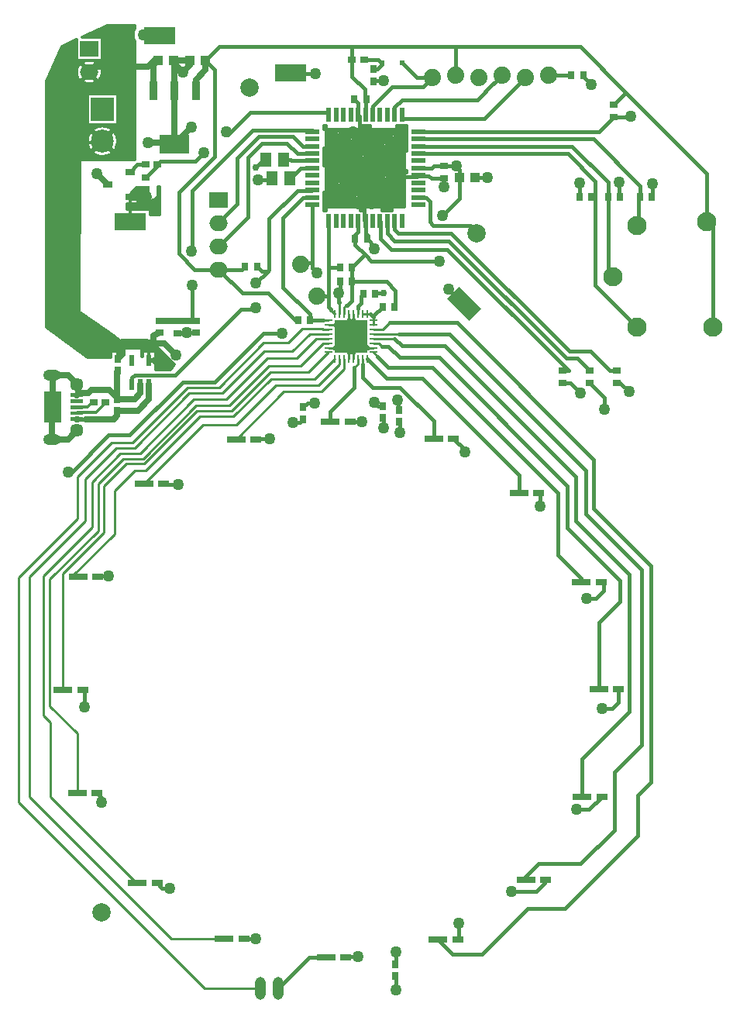
<source format=gbl>
%TF.GenerationSoftware,Novarm,DipTrace,3.3.1.3*%
%TF.CreationDate,2021-03-19T21:20:41+00:00*%
%FSLAX35Y35*%
%MOMM*%
%TF.FileFunction,Copper,L2,Bot*%
%TF.Part,Single*%
%AMOUTLINE3*
4,1,4,
0.67867,0.2041,
0.67867,-0.2041,
-0.67867,-0.2041,
-0.67867,0.2041,
0.67867,0.2041,
0*%
%AMOUTLINE6*
4,1,4,
0.5657,-1.87383,
-1.87383,0.5657,
-0.5657,1.87383,
1.87383,-0.5657,
0.5657,-1.87383,
0*%
%TA.AperFunction,Conductor*%
%ADD10C,0.25*%
%ADD14C,0.635*%
%ADD15C,0.381*%
%ADD16C,0.254*%
%ADD17C,0.8*%
%ADD18C,1.016*%
%ADD19C,0.33*%
%ADD21C,0.40823*%
%ADD22C,0.55*%
%TA.AperFunction,CopperBalancing*%
%ADD23C,0.29997*%
%ADD24C,0.32993*%
%ADD25C,0.508*%
%TA.AperFunction,ViaPad*%
%ADD26C,1.27*%
%ADD31O,0.85X0.25*%
%ADD32O,0.25X0.85*%
%ADD33R,3.6X3.6*%
%TA.AperFunction,ComponentPad*%
%ADD34C,2.0*%
%ADD37R,1.5X0.5*%
%ADD38R,0.5X1.5*%
%ADD41R,0.7X0.9*%
%ADD42R,1.2X0.8*%
%ADD43R,2.0X0.8*%
%ADD44R,0.9X0.7*%
%ADD45R,0.55X1.2*%
%ADD46R,1.3X1.5*%
%TA.AperFunction,ComponentPad*%
%ADD49C,1.8796*%
%ADD51R,0.6X0.6*%
%ADD54R,1.1X1.0*%
%TA.AperFunction,ComponentPad*%
%ADD56C,2.5*%
%ADD57R,2.5X2.5*%
%ADD58C,2.1*%
%ADD59C,1.45*%
%ADD60R,1.9X3.5*%
%TA.AperFunction,ComponentPad*%
%ADD61O,1.9X1.2*%
%ADD62C,2.0*%
%ADD64O,1.2X2.5*%
%TA.AperFunction,ComponentPad*%
%ADD66O,2.0X1.7*%
%ADD67R,2.0X1.7*%
%ADD69R,0.95X2.15*%
%ADD70R,3.25X2.15*%
%ADD73R,1.0X0.8*%
%ADD74R,3.45X1.85*%
%TA.AperFunction,ViaPad*%
%ADD76C,0.762*%
%ADD158OUTLINE3*%
%ADD161OUTLINE6*%
%TA.AperFunction,CopperBalancing*%
%ADD164C,1.27*%
%ADD165C,1.8796*%
G75*
G01*
%LPD*%
X-5530087Y8816493D2*
D14*
Y8717037D1*
X-5637980Y8609140D1*
Y8489873D1*
X-3204570Y7644323D2*
D15*
X-3058037D1*
X-3036927Y7665433D1*
X-2924363D1*
X-3775240Y8393420D2*
X-3784570Y8384090D1*
Y8224323D1*
X-5530087Y8816493D2*
X-5376603Y8969977D1*
X-3936300D1*
X-2798283D1*
X-1436887D1*
X-943720Y8476810D1*
X-53523Y7586613D1*
Y7059017D1*
X16477Y6989017D1*
Y5904190D1*
X-3931497Y8830790D2*
X-3936300Y8835593D1*
Y8969977D1*
X-2798283Y8655817D2*
Y8969977D1*
X-1069540Y8335140D2*
X-943720Y8460960D1*
Y8476810D1*
X-3864570Y7064323D2*
X-3865607Y7063287D1*
Y6948393D1*
X-3896797Y6917203D1*
Y6874510D1*
X-2753677Y7538417D2*
Y7315767D1*
X-2943003Y7126443D1*
X-2975847Y6629673D2*
X-3717800D1*
X-3779787Y6691660D1*
X-3896797Y6808670D1*
Y6874510D1*
X-2793537Y7667533D2*
X-2795637Y7665433D1*
X-2924363D1*
X-2795637D2*
X-2753677Y7627670D1*
Y7538417D1*
X-3930227Y6562263D2*
X-3800830Y6691660D1*
X-3779787D1*
X-3930227Y6562263D2*
Y6404863D1*
Y6197383D1*
X-3982220Y6145390D1*
X-3994977D1*
D16*
X-4015360Y6125007D1*
D10*
Y6052717D1*
X-5530087Y8816493D2*
D15*
X-5428910Y8715317D1*
Y7773773D1*
X-5821920Y7380763D1*
Y6708920D1*
X-5649420Y6536420D1*
X-5386087D1*
X-5130740Y6281073D1*
X-4847797D1*
X-4551157Y5984433D1*
X-4520803D1*
X-3466600Y6132190D2*
X-3458653Y6140137D1*
Y6307980D1*
X-3555537Y6404863D1*
X-3930227D1*
X-5097893Y6569677D2*
X-5131150Y6536420D1*
X-5386087D1*
X-3775240Y8393420D2*
X-3793040Y8411220D1*
Y8504730D1*
X-3931497Y8643187D1*
Y8830790D1*
X-6029860Y5974767D2*
D14*
X-5834183D1*
Y5973187D1*
X-5637960Y5974767D1*
D15*
X-5631327Y5981400D1*
X-5680030D1*
Y6363883D1*
X-5686200Y6740197D2*
X-5680030D1*
Y7400207D1*
X-5020107Y8060130D1*
X-4364570D1*
Y8044323D1*
X-6181110Y7545330D2*
X-6057087Y7669353D1*
Y7683713D1*
X-6023857Y7716943D1*
X-5643113D1*
X-5548017Y7812040D1*
X-5305743Y8040493D2*
X-5312653Y8047403D1*
X-5285217Y8074840D1*
Y8007647D1*
X-5042310Y8250557D1*
X-4210803D1*
X-4184570Y8224323D1*
X-5883150Y8817953D2*
D14*
X-5867980D1*
Y8816493D1*
X-5700087D1*
X-5867980Y8489873D2*
Y8816493D1*
Y8489873D2*
Y7909873D1*
X-6357123Y7333727D2*
X-6275520Y7415330D1*
X-6181110D1*
X-5867980Y7909873D2*
X-5878273Y7920167D1*
X-6162463D1*
X-5867980Y7909873D2*
X-5684917Y8092937D1*
X-5777383Y8690853D2*
X-5883150Y8796620D1*
Y8817953D1*
X-5777383Y8690853D2*
X-5700087Y8768150D1*
Y8816493D1*
X-3965360Y6052717D2*
D10*
Y5991167D1*
D15*
X-3940360Y5966167D1*
Y5807717D1*
X-3915360Y6052717D2*
D10*
Y5991167D1*
D15*
X-3940360Y5966167D1*
X-4185360Y5932717D2*
D10*
X-4120423D1*
D15*
X-3995423Y5807717D1*
X-3940360D1*
X-4185360Y5682717D2*
D10*
X-4125030D1*
D15*
X-4000030Y5807717D1*
X-3940360D1*
X-3965360Y5562717D2*
D10*
Y5624267D1*
D15*
X-3940360Y5649267D1*
Y5807717D1*
X-3915360Y5562717D2*
D10*
Y5624267D1*
D15*
X-3940360Y5649267D1*
X-3695360Y5682717D2*
D10*
X-3757173D1*
D15*
X-3882173Y5807717D1*
X-3940360D1*
X-4868467Y7739240D2*
Y7765660D1*
X-4985027Y7649100D1*
X-4802550Y7533527D2*
Y7513990D1*
X-4956987D1*
X-3204570Y7564323D2*
X-3201313Y7561067D1*
X-3090370D1*
X-3064737Y7535433D1*
X-2924363D1*
X-3905240Y8393420D2*
X-3864570Y8352750D1*
Y8224323D1*
X-3204570Y7564323D2*
X-3219283Y7549610D1*
X-3478117D1*
X-3864570Y8224323D2*
X-3850247Y8210000D1*
Y7964957D1*
X-3784570Y7064323D2*
X-3793483Y7073237D1*
Y7340390D1*
X-6181110Y7415330D2*
X-6175563Y7409783D1*
Y7331233D1*
X-3699080Y8593067D2*
X-3704140Y8598127D1*
X-3586577D1*
X-1402860Y8658210D2*
X-1409325Y8651745D1*
X-1317073Y8559493D1*
X-655757Y7334043D2*
X-650360D1*
Y7474940D1*
X-5834183Y5843187D2*
X-5737093D1*
Y5848980D1*
X-1001850Y7334317D2*
X-1009810Y7342277D1*
Y7488853D1*
X-1014443D1*
X-1443560Y7334317D2*
X-1441140Y7336737D1*
Y7486533D1*
X-3784570Y7064323D2*
X-3781427Y7061180D1*
Y6933087D1*
X-3766797Y6918457D1*
Y6874510D1*
X-2924363Y7535433D2*
X-2928223Y7531573D1*
Y7440247D1*
X-2583677Y7538417D2*
X-2454053D1*
X-3766797Y6874510D2*
X-3683823Y6791537D1*
Y6767193D1*
X-3676947Y6268227D2*
X-3667410Y6277763D1*
X-3582403D1*
X-4605340Y8683443D2*
X-4599613Y8677717D1*
X-4329830D1*
X-2706217Y6158957D2*
X-2872303Y6325043D1*
X-6357123Y7333727D2*
D17*
X-6256323Y7331233D1*
D18*
X-6175563D1*
X-5637960Y5844767D2*
D15*
X-5642173Y5848980D1*
X-5737093D1*
X-4462293Y5032153D2*
X-4418323Y5076123D1*
X-4341160D1*
X-3590867Y5047040D2*
X-3648533D1*
X-3687023Y5085530D1*
X-3419337Y5001603D2*
X-3425763D1*
Y5122850D1*
X-3436960Y5111653D1*
X-3459890Y-1181490D2*
X-3453357Y-1188023D1*
Y-1335007D1*
X-7035748Y4327560D2*
X-6991852D1*
X-6589127Y4730285D1*
X-6361221D1*
X-5780923Y5310583D1*
X-5431417D1*
X-4900067Y5841934D1*
X-4698930D1*
X-6935290Y5283907D2*
D19*
Y5163567D1*
X-6937590D1*
D14*
X-6915960Y5185197D1*
X-6815000D1*
X-6776877Y5223320D1*
X-6582867D1*
X-6495757Y5136210D1*
Y5121330D1*
X-6306923D1*
X-6241920Y5186333D1*
Y5280830D1*
X-6486747Y5429580D2*
X-6495757Y5420570D1*
Y5121330D1*
X-7204290Y5031707D2*
Y5383707D1*
X-7205290D1*
X-7204290Y5031707D2*
X-7208090Y5027907D1*
Y4683007D1*
X-7207710Y4683387D1*
X-7034887D1*
X-6937967Y4780307D1*
X-6935590D1*
X-7205290Y5383707D2*
X-7200670Y5379087D1*
X-7028567D1*
X-6935290Y5285810D1*
Y5283907D1*
X-6597123Y7468727D2*
X-6597197D1*
X-6714943Y7586473D1*
X-6030543Y9092193D2*
X-6037330Y9098980D1*
X-6206643D1*
X-1336207Y5430243D2*
D15*
X-1471427Y5565463D1*
X-1591407D1*
X-2875247Y6849303D1*
X-3463617D1*
X-3544570Y6930257D1*
Y7064323D1*
X-3624570D2*
X-3621420Y7061173D1*
Y6876477D1*
X-3500940Y6755997D1*
X-2888683D1*
X-1562930Y5430243D1*
X-1632360D1*
X-3464570Y7064323D2*
Y6978480D1*
X-3422523Y6936433D1*
X-2851527D1*
X-1557330Y5642237D1*
X-1327243D1*
X-1115250Y5430243D1*
X-1040057D1*
X-3806947Y6268227D2*
X-3827030Y6248143D1*
Y6172717D1*
X-3865360Y6134387D1*
Y6114267D1*
D10*
Y6052717D1*
X-1435627Y5190627D2*
D15*
X-1545243Y5300243D1*
X-1632360D1*
X-1782283Y8655817D2*
X-1779890Y8658210D1*
X-1532860D1*
X-903703Y5201763D2*
X-1002183Y5300243D1*
X-1040057D1*
X-6357123Y7603727D2*
X-6277137Y7683713D1*
X-6187087D1*
X-2991453Y-783953D2*
X-2833273Y-942133D1*
X-2513703D1*
X-2012390Y-440820D1*
X-1603217D1*
X-809423Y352977D1*
Y793387D1*
X-663863Y938947D1*
Y3301490D1*
X-1288290Y3925917D1*
Y4459637D1*
X-2783807Y5955153D1*
X-3518533D1*
D16*
X-3590970Y5882717D1*
X-3633810D1*
D10*
X-3695360D1*
Y5832717D2*
X-3633810D1*
D16*
X-3415127D1*
D15*
X-2866647D1*
X-1379520Y4345590D1*
Y3867857D1*
X-768367Y3256703D1*
Y1342033D1*
X-1062960Y1047440D1*
Y416683D1*
X-1432717Y46927D1*
X-1895520D1*
X-2056010Y-113563D1*
X-2029883Y-139690D1*
Y-128173D1*
X-3695360Y5782717D2*
D10*
X-3633810D1*
D16*
X-3463270D1*
D15*
X-3383857Y5703303D1*
X-2916383D1*
X-1483513Y4270433D1*
Y3788967D1*
X-898997Y3204450D1*
Y1711350D1*
X-1415417Y1194930D1*
Y779903D1*
X-3695360Y5732717D2*
D10*
X-3633810D1*
D16*
X-3601410Y5700317D1*
D15*
X-3534857D1*
X-3409000Y5574460D1*
X-2977887D1*
X-1578580Y4175153D1*
Y3716080D1*
X-1001183Y3138683D1*
Y2912327D1*
X-1234453Y2679057D1*
Y1952230D1*
X-3695360Y5632717D2*
D10*
X-3651837Y5589193D1*
D15*
X-3532600Y5469957D1*
X-3048800D1*
X-1676940Y4098093D1*
Y3416173D1*
X-1425417Y3164650D1*
Y3125710D1*
X-3765360Y5562717D2*
X-3553167Y5350523D1*
X-3164420D1*
X-2104767Y4290870D1*
Y4099833D1*
X-3815360Y5562717D2*
D10*
Y5501340D1*
D15*
Y5359060D1*
X-3706050Y5249750D1*
X-3407790D1*
X-3037383Y4879343D1*
Y4691917D1*
X-3865360Y5562717D2*
D10*
Y5502080D1*
D16*
X-3903273Y5464167D1*
D15*
Y5249307D1*
X-4166217Y4986363D1*
Y4871523D1*
X-4733193Y-1312270D2*
X-4396630Y-975703D1*
X-4214543D1*
X-4185360Y5832717D2*
D16*
X-4392963D1*
X-4584449Y5641231D1*
X-4889942D1*
X-5345113Y5186060D1*
X-5711797D1*
X-6307423Y4590433D1*
X-6509610D1*
X-6848407Y4251637D1*
Y3787157D1*
X-7451048Y3184516D1*
Y775388D1*
X-5903493Y-772167D1*
X-5325863D1*
X-4185360Y5782717D2*
X-4321829D1*
X-4538141Y5566405D1*
X-4853142D1*
X-5302400Y5117147D1*
X-5658527D1*
X-6247393Y4528280D1*
X-6460507D1*
X-6771400Y4217387D1*
Y3725257D1*
X-7302943Y3193713D1*
Y1663660D1*
X-7227004Y1587721D1*
Y779528D1*
X-6283063Y-164413D1*
X-6275237D1*
X-4185360Y5732717D2*
X-4245200D1*
X-4492094Y5485823D1*
X-4841027D1*
X-5272173Y5054677D1*
X-5631487D1*
X-6213700Y4472463D1*
X-6432060D1*
X-6705523Y4199000D1*
Y3684523D1*
X-7234890Y3155157D1*
Y1770700D1*
X-6931500Y1467310D1*
Y817493D1*
X-4185360Y5632717D2*
X-4402763Y5415314D1*
X-4823940D1*
X-5245320Y4993933D1*
X-5625387D1*
X-6204557Y4414763D1*
X-6399863D1*
X-6640300Y4174327D1*
Y3663397D1*
X-7089447Y3214250D1*
Y1947810D1*
X-4115360Y5562717D2*
X-4336150Y5341926D1*
X-4816847D1*
X-5225607Y4933167D1*
X-5592667D1*
X-6181817Y4344017D1*
X-6303780D1*
X-6524440Y4123357D1*
Y3650658D1*
X-6994391Y3180707D1*
X-6922330D1*
X-6205797Y4196783D2*
X-5560903Y4841677D1*
X-5192363D1*
X-4759745Y5274295D1*
X-4298855D1*
X-4071983Y5501167D1*
X-4065360D1*
Y5562717D1*
X-5198027Y4681417D2*
X-4676480Y5202963D1*
X-4261590D1*
X-4015360Y5449193D1*
Y5562717D1*
X-6937590Y5033307D2*
D19*
X-6817087D1*
X-6766467Y5083927D1*
X-6753287D1*
X-6937590Y4968207D2*
X-6928840Y4976957D1*
X-6723743D1*
X-6623287Y5077413D1*
Y5083927D1*
X-1336207Y5300243D2*
D15*
X-1169610Y5133647D1*
Y5008823D1*
X-4364570Y7644323D2*
X-4488717D1*
X-4599513Y7533527D1*
X-4612550D1*
X-6937590Y4903107D2*
D14*
X-6932103Y4897620D1*
X-6495757Y4991330D2*
X-6273663D1*
X-6146920Y5118073D1*
Y5280830D1*
X-6495757Y4991330D2*
Y4942233D1*
X-6534883Y4903107D1*
X-6837973D1*
D21*
X-6937590D1*
X-4364570Y7724323D2*
D15*
X-4588970D1*
X-4603887Y7739240D1*
X-4678467D1*
X-3596600Y6132190D2*
X-3695360Y6033430D1*
Y6025430D1*
Y6014267D1*
D10*
Y5982717D1*
X-3815360Y6052717D2*
X-3765360D1*
X-3695360Y5932717D2*
Y5982717D1*
X-3765360Y6052717D2*
X-3733810D1*
D15*
X-3706523Y6025430D1*
X-3695360D1*
X-4185360Y5882717D2*
D16*
X-4246910D1*
X-4252197Y5888003D1*
X-4476333D1*
X-4629020Y5735317D1*
X-4895149D1*
X-5382477Y5247989D1*
X-5729140D1*
X-6332448Y4644681D1*
X-6557590D1*
X-6927733Y4274537D1*
Y3812625D1*
X-7571266Y3169092D1*
Y721189D1*
X-5537807Y-1312270D1*
X-4933193D1*
X-2036283Y8630417D2*
D15*
X-2481940Y8184760D1*
X-3384570D1*
Y8224323D1*
X-2290283Y8655817D2*
X-2381370Y8564730D1*
Y8571167D1*
X-2560667Y8391870D1*
X-3382317D1*
X-3464570Y8309617D1*
Y8224323D1*
X-813523Y5909017D2*
X-1271917Y6367410D1*
Y7334317D1*
Y7502593D1*
X-1573647Y7804323D1*
X-3204570D1*
X-1313560Y7334317D2*
X-1271917D1*
X-785757Y7334043D2*
X-797413Y7322387D1*
Y7019017D1*
X-813523D1*
X-785757Y7334043D2*
X-779337D1*
Y7452883D1*
X-1290777Y7964323D1*
X-3204570D1*
X-1083523Y6459190D2*
X-1131850Y6507517D1*
Y7334317D1*
X-3204570Y7884323D2*
X-1527110D1*
X-1131850Y7489063D1*
Y7334317D1*
X-4364570Y7884323D2*
X-4469727D1*
X-4574903Y7989500D1*
X-4947983D1*
X-5187883Y7749600D1*
Y7253273D1*
X-5386087Y7055070D1*
Y7044420D1*
X-4115360Y6056953D2*
D10*
Y6052717D1*
X-4184570Y7064323D2*
D15*
Y6562263D1*
Y6250473D1*
Y6126160D1*
X-4158883Y6100473D1*
Y6096240D1*
D10*
X-4115360Y6052717D1*
X-4060227Y6562263D2*
D15*
X-4184570D1*
X-4309813Y6250473D2*
X-4184570D1*
X-4065360Y6052717D2*
D10*
Y6174963D1*
D15*
X-4072777Y6182380D1*
Y6281397D1*
X-4313953Y6502583D2*
X-4364570Y6553200D1*
Y6606710D1*
Y7244323D1*
X-4072777Y6281397D2*
X-4060227Y6293947D1*
Y6404863D1*
X-4488767Y6593547D2*
X-4475603Y6606710D1*
X-4364570D1*
X-3204570Y7324323D2*
X-3201220Y7320973D1*
X-3121627D1*
X-3079890Y7279237D1*
Y7058053D1*
X-3041537Y7019697D1*
X-2635087D1*
X-2544877Y6929487D1*
X-2570120D1*
X-5386087Y6790420D2*
X-5070467Y7106040D1*
Y7759950D1*
X-4914863Y7915553D1*
X-4640637D1*
X-4529407Y7804323D1*
X-4364570D1*
X-3605193Y8793340D2*
X-3642643Y8830790D1*
X-3801497D1*
X-3699080Y8723067D2*
X-3693400Y8728750D1*
X-3653897D1*
X-3605193Y8777453D1*
Y8793340D1*
X-6657497Y7938443D2*
D19*
X-6671743Y7924197D1*
X-7063757D1*
X-7045683Y7906123D1*
Y6069473D1*
X-6781683Y5805473D1*
Y5748540D1*
X-6486747Y5559580D2*
D14*
X-6437160Y5609167D1*
Y5746343D1*
X-6173247D1*
Y5734573D1*
X-6109477D1*
X-6104373Y5729470D1*
X-5985207D1*
X-5854867Y5599130D1*
X-5959207Y5494790D2*
X-6041610D1*
X-6087670Y5540850D1*
D22*
X-6146920D1*
X-6029860Y5844767D2*
D14*
X-6098970Y5814153D1*
X-6104373Y5729470D1*
X-6800937Y8694577D2*
X-6744760Y8750753D1*
X-6160873D1*
X-6093673Y8817953D1*
X-6053150D1*
X-6097980Y8773123D1*
Y8489873D1*
X-5990797Y4196783D2*
D15*
X-5985857Y4191843D1*
X-5829833D1*
X-4983027Y4681417D2*
X-4976207Y4688237D1*
X-4829580D1*
X-4462293Y4902153D2*
X-4502010Y4862437D1*
X-4578587D1*
X-3590867Y4917040D2*
X-3587717Y4913890D1*
Y4807037D1*
X-3419337Y4871603D2*
X-3404107Y4856373D1*
Y4757970D1*
X-3951217Y4871523D2*
X-3949027Y4873713D1*
X-3822010D1*
X-2822383Y4691917D2*
X-2697923Y4567457D1*
Y4540747D1*
X-1889767Y4099833D2*
X-1871263Y4081330D1*
Y3951597D1*
X-3459890Y-1051490D2*
X-3453357Y-1044957D1*
Y-916990D1*
X-6060237Y-164413D2*
X-6003997Y-220653D1*
X-5924930D1*
X-5110863Y-772167D2*
X-5109200Y-773830D1*
X-4984270D1*
X-6716500Y817493D2*
X-6665157Y766150D1*
Y721047D1*
X-2776453Y-783953D2*
X-2760800Y-768300D1*
Y-600937D1*
X-1814883Y-128173D2*
X-1820877Y-122180D1*
Y-162087D1*
X-1917913Y-259123D1*
X-2186640D1*
X-1200417Y779903D2*
X-1341237Y639083D1*
X-1476990D1*
X-1019453Y1952230D2*
X-1020933Y1950750D1*
Y1813820D1*
X-1091957Y1742797D1*
X-1199400D1*
X-1210417Y3125710D2*
X-1184867Y3100160D1*
Y3030550D1*
X-1268960Y2946457D1*
X-1368670D1*
X-6707330Y3180707D2*
X-6698163Y3189873D1*
X-6594677D1*
X-6874447Y1947810D2*
X-6857967Y1931330D1*
Y1759180D1*
X-3999543Y-975703D2*
X-3992097Y-968257D1*
X-3862443D1*
X-4364570Y7404323D2*
X-4368993Y7399900D1*
X-4528980D1*
X-4835863Y7093017D1*
Y6535803D1*
X-4850747Y6520920D1*
X-4982230Y6389437D1*
Y6123593D2*
X-5006603Y6099220D1*
X-5147637D1*
X-5861953Y5384903D1*
X-6306413D1*
X-6336920Y5354397D1*
Y5280830D1*
X-4967893Y6569677D2*
X-4919137Y6520920D1*
X-4850747D1*
X-4390803Y5984433D2*
X-4389087Y5982717D1*
X-4246910D1*
D10*
X-4185360D1*
X-4364570Y7324323D2*
D15*
X-4466463D1*
X-4685320Y7105467D1*
Y6343720D1*
X-4390803Y6049203D1*
Y5984433D1*
X-3052283Y8630417D2*
X-3152617Y8530083D1*
X-3494707D1*
X-3704570Y8320220D1*
Y8224323D1*
X-3385193Y8793340D2*
X-3222270Y8630417D1*
X-3052283D1*
X-884423Y8207213D2*
X-886497Y8205140D1*
X-1069540D1*
X-1230357Y8044323D1*
X-3204570D1*
D26*
X-2943003Y7126443D3*
X-2975847Y6629673D3*
X-2793537Y7667533D3*
X-5680030Y6363883D3*
X-5686200Y6740197D3*
X-5548017Y7812040D3*
X-5305743Y8040493D3*
X-6162463Y7920167D3*
X-5684917Y8092937D3*
D76*
X-4985027Y7649100D3*
D26*
X-4956987Y7513990D3*
X-6175563Y7331233D3*
X-3586577Y8598127D3*
X-1317073Y8559493D3*
X-650360Y7474940D3*
X-5737093Y5848980D3*
X-1014443Y7488853D3*
X-1441140Y7486533D3*
X-2928223Y7440247D3*
X-2454053Y7538417D3*
X-3683823Y6767193D3*
D76*
X-3582403Y6277763D3*
D26*
X-4329830Y8677717D3*
X-2872303Y6325043D3*
X-4341160Y5076123D3*
X-3687023Y5085530D3*
X-3436960Y5111653D3*
X-3453357Y-1335007D3*
D76*
X-3582403Y6277763D3*
D26*
X-3687023Y5085530D3*
X-4698930Y5841934D3*
X-6714943Y7586473D3*
X-6206643Y9098980D3*
X-1435627Y5190627D3*
X-903703Y5201763D3*
X-1169610Y5008823D3*
X-4072777Y6281397D3*
X-4313953Y6502583D3*
X-5854867Y5599130D3*
X-5959207Y5494790D3*
X-5829833Y4191843D3*
X-4829580Y4688237D3*
X-4578587Y4862437D3*
X-3587717Y4807037D3*
X-3404107Y4757970D3*
X-3822010Y4873713D3*
X-2697923Y4540747D3*
X-1871263Y3951597D3*
X-3453357Y-916990D3*
X-5924930Y-220653D3*
X-4984270Y-773830D3*
X-6665157Y721047D3*
X-2760800Y-600937D3*
X-2186640Y-259123D3*
X-1476990Y639083D3*
X-1199400Y1742797D3*
X-1368670Y2946457D3*
X-6594677Y3189873D3*
X-6857967Y1759180D3*
X-5829833Y4191843D3*
X-5854867Y5599130D3*
X-3862443Y-968257D3*
X-4982230Y6389437D3*
Y6123593D3*
X-884423Y8207213D3*
X-5777383Y8690853D3*
X-4077970Y7394493D3*
X-3478117Y7549610D3*
X-3850247Y7964957D3*
X-3793483Y7340390D3*
X-3812177Y7689177D3*
X-3484997Y7907827D3*
X-4083623Y7944867D3*
X-7035748Y4327560D3*
X-6661726Y9171992D2*
D23*
X-6304484D1*
X-6726875Y9142328D2*
X-6319189D1*
X-6791965Y9112665D2*
X-6326630D1*
X-6857114Y9083002D2*
X-6326337D1*
X-6656335Y9053338D2*
X-6318252D1*
X-6987412Y9023675D2*
X-6945546D1*
X-6656335D2*
X-6304601D1*
X-7052561Y8994012D2*
X-6945546D1*
X-6656335D2*
X-6304601D1*
X-7099314Y8964348D2*
X-6945546D1*
X-6656335D2*
X-6304660D1*
X-7112613Y8934685D2*
X-6945546D1*
X-6656335D2*
X-6304660D1*
X-7125912Y8905022D2*
X-6945546D1*
X-6656335D2*
X-6304660D1*
X-7139212Y8875358D2*
X-6945546D1*
X-6656335D2*
X-6304718D1*
X-7152511Y8845695D2*
X-6945546D1*
X-6656335D2*
X-6304718D1*
X-7165810Y8816032D2*
X-6854677D1*
X-6747204D2*
X-6304718D1*
X-7179109Y8786368D2*
X-6906116D1*
X-6695765D2*
X-6304718D1*
X-7192409Y8756705D2*
X-6929258D1*
X-6672623D2*
X-6304777D1*
X-7205708Y8727042D2*
X-6941327D1*
X-6660554D2*
X-6304777D1*
X-7218949Y8697378D2*
X-6945487D1*
X-6656394D2*
X-6304777D1*
X-7232248Y8667715D2*
X-6942675D1*
X-6659206D2*
X-6304835D1*
X-7245547Y8638052D2*
X-6932188D1*
X-6669635D2*
X-6304835D1*
X-7258847Y8608388D2*
X-6911682D1*
X-6690199D2*
X-6304835D1*
X-7267166Y8578725D2*
X-6869968D1*
X-6731913D2*
X-6304894D1*
X-7267107Y8549062D2*
X-6304894D1*
X-7267049Y8519398D2*
X-6304894D1*
X-7267049Y8489735D2*
X-6304953D1*
X-7266990Y8460072D2*
X-6304953D1*
X-7266932Y8430408D2*
X-6827082D1*
X-6487897D2*
X-6304953D1*
X-7266873Y8400745D2*
X-6827082D1*
X-6487897D2*
X-6305011D1*
X-7266815Y8371082D2*
X-6827082D1*
X-6487897D2*
X-6305011D1*
X-7266756Y8341418D2*
X-6827082D1*
X-6487897D2*
X-6305011D1*
X-7266697Y8311755D2*
X-6827082D1*
X-6487897D2*
X-6305070D1*
X-7266697Y8282092D2*
X-6827082D1*
X-6487897D2*
X-6305070D1*
X-7266639Y8252428D2*
X-6827082D1*
X-6487897D2*
X-6305070D1*
X-7266580Y8222765D2*
X-6827082D1*
X-6487897D2*
X-6305070D1*
X-7266522Y8193102D2*
X-6827082D1*
X-6487897D2*
X-6305128D1*
X-7266463Y8163438D2*
X-6827082D1*
X-6487897D2*
X-6305128D1*
X-7266404Y8133775D2*
X-6827082D1*
X-6487897D2*
X-6305128D1*
X-7266346Y8104112D2*
X-6678095D1*
X-6636943D2*
X-6305187D1*
X-7266346Y8074448D2*
X-6756719D1*
X-6558260D2*
X-6305187D1*
X-7266287Y8044785D2*
X-6788766D1*
X-6526272D2*
X-6305187D1*
X-7266229Y8015122D2*
X-6808393D1*
X-6506586D2*
X-6305246D1*
X-7266170Y7985458D2*
X-6820345D1*
X-6494693D2*
X-6305246D1*
X-7266111Y7955795D2*
X-6826203D1*
X-6488776D2*
X-6305246D1*
X-7266053Y7926132D2*
X-6826613D1*
X-6488366D2*
X-6305304D1*
X-7266053Y7896468D2*
X-6821692D1*
X-6493287D2*
X-6305304D1*
X-7265994Y7866805D2*
X-6810912D1*
X-6504067D2*
X-6305304D1*
X-7265936Y7837142D2*
X-6792750D1*
X-6522229D2*
X-6305363D1*
X-7265877Y7807478D2*
X-6763456D1*
X-6551523D2*
X-6305363D1*
X-7265819Y7777815D2*
X-6704693D1*
X-6610286D2*
X-6305363D1*
X-7265760Y7748152D2*
X-6305421D1*
X-7265701Y7718488D2*
X-6906937D1*
X-7265701Y7688825D2*
X-6906995D1*
X-7265643Y7659162D2*
X-6907112D1*
X-7265584Y7629498D2*
X-6907229D1*
X-7265526Y7599835D2*
X-6907288D1*
X-7265467Y7570172D2*
X-6907405D1*
X-7265408Y7540508D2*
X-6907522D1*
X-7265350Y7510845D2*
X-6907640D1*
X-7265350Y7481182D2*
X-6907698D1*
X-7265291Y7451518D2*
X-6907815D1*
X-7265233Y7421855D2*
X-6907933D1*
X-7265174Y7392192D2*
X-6907991D1*
X-7265115Y7362528D2*
X-6908108D1*
X-7265057Y7332865D2*
X-6908225D1*
X-7264998Y7303202D2*
X-6908284D1*
X-7264998Y7273538D2*
X-6908401D1*
X-7264940Y7243875D2*
X-6908518D1*
X-7264881Y7214212D2*
X-6908636D1*
X-7264823Y7184548D2*
X-6908694D1*
X-7264764Y7154885D2*
X-6908811D1*
X-7264705Y7125222D2*
X-6908929D1*
X-7264705Y7095558D2*
X-6908987D1*
X-7264647Y7065895D2*
X-6909104D1*
X-7264588Y7036232D2*
X-6909221D1*
X-7264530Y7006568D2*
X-6909339D1*
X-7264471Y6976905D2*
X-6909397D1*
X-7264412Y6947242D2*
X-6909514D1*
X-7264354Y6917578D2*
X-6909632D1*
X-7264354Y6887915D2*
X-6909690D1*
X-7264295Y6858252D2*
X-6909807D1*
X-7264237Y6828588D2*
X-6909924D1*
X-7264178Y6798925D2*
X-6910042D1*
X-7264120Y6769262D2*
X-6910100D1*
X-7264061Y6739598D2*
X-6910217D1*
X-7264002Y6709935D2*
X-6910335D1*
X-7264002Y6680272D2*
X-6910393D1*
X-7263944Y6650608D2*
X-6910510D1*
X-7263885Y6620945D2*
X-6910628D1*
X-7263827Y6591282D2*
X-6910745D1*
X-7263768Y6561618D2*
X-6910803D1*
X-7263709Y6531955D2*
X-6910920D1*
X-7263709Y6502292D2*
X-6911038D1*
X-7263651Y6472628D2*
X-6911096D1*
X-7263592Y6442965D2*
X-6911213D1*
X-7263534Y6413302D2*
X-6911331D1*
X-7263475Y6383638D2*
X-6911448D1*
X-7263416Y6353975D2*
X-6911506D1*
X-7263358Y6324312D2*
X-6911624D1*
X-7263358Y6294648D2*
X-6911741D1*
X-7263299Y6264985D2*
X-6911799D1*
X-7263241Y6235322D2*
X-6911916D1*
X-7263182Y6205658D2*
X-6912034D1*
X-7263124Y6175995D2*
X-6912151D1*
X-7263065Y6146332D2*
X-6912209D1*
X-7263006Y6116668D2*
X-6912327D1*
X-7263006Y6087005D2*
X-6912444D1*
X-7262948Y6057342D2*
X-6894340D1*
X-7262889Y6027678D2*
X-6851806D1*
X-7262831Y5998015D2*
X-6809330D1*
X-7262772Y5968352D2*
X-6766796D1*
X-7262713Y5938688D2*
X-6724262D1*
X-7259140Y5909025D2*
X-6681786D1*
X-7219593Y5879362D2*
X-6639251D1*
X-7179988Y5849698D2*
X-6596776D1*
X-7140383Y5820035D2*
X-6554241D1*
X-7100837Y5790372D2*
X-6511766D1*
X-7061232Y5760708D2*
X-6469231D1*
X-7021686Y5731045D2*
X-6125559D1*
X-6982081Y5701382D2*
X-6080974D1*
X-6942534Y5671718D2*
X-6447144D1*
X-6226715D2*
X-6050157D1*
X-6902929Y5642055D2*
X-6566369D1*
X-6074799D2*
X-6019398D1*
X-6863383Y5612392D2*
X-6566369D1*
X-6074799D2*
X-5988582D1*
X-6823778Y5582728D2*
X-6566369D1*
X-6074799D2*
X-5957765D1*
X-6074799Y5553065D2*
X-5927006D1*
X-6074799Y5523402D2*
X-5896189D1*
X-6074799Y5493738D2*
X-5884941D1*
X-6074799Y5464075D2*
X-5905856D1*
X-6429120Y5680548D2*
X-6229722D1*
Y5583000D1*
X-6216874Y5582883D1*
X-6216018Y5583236D1*
Y5642448D1*
X-6077822D1*
Y5445560D1*
X-5915929Y5445552D1*
X-5874069Y5504936D1*
X-6099096Y5721744D1*
X-6112360Y5725971D1*
X-6124035Y5731919D1*
X-6134635Y5739620D1*
X-6143900Y5748885D1*
X-6151613Y5759508D1*
X-6458626Y5757301D1*
X-6463100Y5758716D1*
X-6551078Y5819913D1*
X-6904858Y6067007D1*
X-6907688Y6070751D1*
X-6909223Y6075185D1*
X-6909354Y6107861D1*
X-6903713Y7722050D1*
X-6902247Y7726508D1*
X-6899476Y7730295D1*
X-6895671Y7733040D1*
X-6891203Y7734475D1*
X-6798917Y7734652D1*
X-6310006D1*
X-6304654Y7737759D1*
X-6302396Y7749659D1*
X-6301944Y9029740D1*
X-6311602Y9045501D1*
X-6318676Y9062578D1*
X-6322991Y9080552D1*
X-6324442Y9098980D1*
X-6322991Y9117408D1*
X-6318676Y9135382D1*
X-6311602Y9152459D1*
X-6301944Y9168220D1*
X-6301519Y9168759D1*
X-6301485Y9201627D1*
X-6599508Y9201655D1*
X-6877325Y9075172D1*
X-6659338Y9075175D1*
Y8821978D1*
X-6942535D1*
Y9045488D1*
X-7097535Y8974898D1*
X-7270201Y8589799D1*
X-7265687Y5911687D1*
X-6823881Y5580544D1*
X-6563319Y5581619D1*
X-6563344Y5646178D1*
X-6444119D1*
X-6444118Y5680548D1*
X-6429120D1*
X-6490925Y7935444D2*
X-6491870Y7920480D1*
X-6494155Y7905662D1*
X-6497764Y7891110D1*
X-6502666Y7876941D1*
X-6508823Y7863270D1*
X-6516184Y7850208D1*
X-6524689Y7837860D1*
X-6534270Y7826327D1*
X-6544848Y7815702D1*
X-6556340Y7806072D1*
X-6568650Y7797513D1*
X-6581680Y7790096D1*
X-6595325Y7783881D1*
X-6609472Y7778917D1*
X-6624009Y7775245D1*
X-6638817Y7772896D1*
X-6653776Y7771887D1*
X-6668766Y7772227D1*
X-6683664Y7773913D1*
X-6698350Y7776932D1*
X-6712706Y7781259D1*
X-6726614Y7786859D1*
X-6739962Y7793687D1*
X-6752642Y7801687D1*
X-6764552Y7810795D1*
X-6775595Y7820937D1*
X-6785681Y7832031D1*
X-6794729Y7843986D1*
X-6802666Y7856706D1*
X-6809426Y7870089D1*
X-6814957Y7884025D1*
X-6819211Y7898402D1*
X-6822156Y7913103D1*
X-6823768Y7928009D1*
X-6824033Y7943000D1*
X-6822948Y7957954D1*
X-6820524Y7972750D1*
X-6816780Y7987269D1*
X-6811745Y8001391D1*
X-6805461Y8015004D1*
X-6797978Y8027997D1*
X-6789358Y8040264D1*
X-6779670Y8051707D1*
X-6768992Y8062232D1*
X-6757411Y8071755D1*
X-6745021Y8080198D1*
X-6731922Y8087493D1*
X-6718221Y8093581D1*
X-6704027Y8098412D1*
X-6689457Y8101947D1*
X-6674627Y8104158D1*
X-6659659Y8105027D1*
X-6644674Y8104547D1*
X-6629792Y8102722D1*
X-6615135Y8099566D1*
X-6600820Y8095105D1*
X-6586965Y8089375D1*
X-6573681Y8082422D1*
X-6561076Y8074304D1*
X-6549252Y8065085D1*
X-6538305Y8054840D1*
X-6528323Y8043653D1*
X-6519387Y8031613D1*
X-6511570Y8018819D1*
X-6504934Y8005374D1*
X-6499535Y7991387D1*
X-6495415Y7976971D1*
X-6492607Y7962243D1*
X-6491135Y7947322D1*
X-6490925Y7935444D1*
X-6809096Y8455041D2*
X-6490898D1*
Y8121845D1*
X-6824094D1*
Y8455041D1*
X-6809096D1*
X-6815933Y8567986D2*
X-6830024Y8568765D1*
X-6844795Y8571312D1*
X-6859162Y8575587D1*
X-6872923Y8581530D1*
X-6885886Y8589058D1*
X-6897867Y8598065D1*
X-6908700Y8608425D1*
X-6918232Y8619993D1*
X-6926331Y8632607D1*
X-6932881Y8646089D1*
X-6937793Y8660251D1*
X-6940996Y8674895D1*
X-6942445Y8689814D1*
X-6942121Y8704800D1*
X-6940029Y8719643D1*
X-6936196Y8734134D1*
X-6930677Y8748071D1*
X-6923550Y8761258D1*
X-6914915Y8773510D1*
X-6904891Y8784655D1*
X-6893621Y8794538D1*
X-6881262Y8803019D1*
X-6867986Y8809980D1*
X-6853981Y8815323D1*
X-6839443Y8818973D1*
X-6824575Y8820880D1*
X-6800938Y8821175D1*
X-6776592Y8820830D1*
X-6761736Y8818840D1*
X-6747218Y8815109D1*
X-6733243Y8809687D1*
X-6720007Y8802652D1*
X-6707695Y8794102D1*
X-6696480Y8784157D1*
X-6686519Y8772956D1*
X-6677952Y8760655D1*
X-6670899Y8747429D1*
X-6665458Y8733462D1*
X-6661707Y8718949D1*
X-6659697Y8704095D1*
X-6659374Y8691577D1*
X-6660616Y8676639D1*
X-6663614Y8661953D1*
X-6668328Y8647723D1*
X-6674690Y8634151D1*
X-6682612Y8621426D1*
X-6691982Y8609726D1*
X-6702669Y8599216D1*
X-6714524Y8590043D1*
X-6727380Y8582335D1*
X-6741057Y8576200D1*
X-6755363Y8571726D1*
X-6770098Y8568973D1*
X-6785055Y8567982D1*
X-6815936Y8567990D1*
X-6146920Y5642389D2*
D24*
Y5540850D1*
X-6077880D1*
X-6775258Y8056205D2*
D25*
X-6539735Y7820682D1*
Y8056205D2*
X-6775258Y7820682D1*
X-6486747Y5646119D2*
D24*
Y5559580D1*
X-6887290Y8799172D2*
D25*
X-6714583Y8589981D1*
Y8799172D2*
X-6887290Y8589981D1*
X-4230409Y8080095D2*
D23*
X-4212236D1*
X-3836879D2*
X-3732266D1*
X-3436845D2*
X-3331177D1*
X-4206857Y8050432D2*
X-3914413D1*
X-3786084D2*
X-3331177D1*
X-4206857Y8020768D2*
X-4159308D1*
X-4007954D2*
X-3942301D1*
X-3758196D2*
X-3331177D1*
X-4206857Y7991105D2*
X-4180985D1*
X-3986218D2*
X-3955014D1*
X-3745483D2*
X-3552110D1*
X-3417863D2*
X-3331177D1*
X-4206857Y7961442D2*
X-4190418D1*
X-3976844D2*
X-3958295D1*
X-3742202D2*
X-3578415D1*
X-3391616D2*
X-3331177D1*
X-4206857Y7931778D2*
X-4190886D1*
X-3976317D2*
X-3952964D1*
X-3747533D2*
X-3590309D1*
X-3379664D2*
X-3331177D1*
X-4206857Y7902115D2*
X-4182626D1*
X-3984636D2*
X-3937497D1*
X-3763000D2*
X-3592945D1*
X-3377028D2*
X-3331177D1*
X-4206857Y7872452D2*
X-4162765D1*
X-4004438D2*
X-3903106D1*
X-3797391D2*
X-3586969D1*
X-3383004D2*
X-3331177D1*
X-4230409Y7842788D2*
X-4111618D1*
X-4055585D2*
X-3570565D1*
X-3399467D2*
X-3331177D1*
X-4230409Y7813125D2*
X-3533596D1*
X-3436435D2*
X-3362287D1*
X-4230409Y7783462D2*
X-3861626D1*
X-3762766D2*
X-3362287D1*
X-4230409Y7753798D2*
X-3898067D1*
X-3726266D2*
X-3362287D1*
X-4230409Y7724135D2*
X-3914296D1*
X-3710038D2*
X-3362287D1*
X-4230409Y7694472D2*
X-3920155D1*
X-3704237D2*
X-3362287D1*
X-4206857Y7664808D2*
X-3917401D1*
X-3706932D2*
X-3362287D1*
X-4206857Y7635145D2*
X-3905332D1*
X-3719060D2*
X-3542209D1*
X-3414055D2*
X-3362287D1*
X-4206857Y7605482D2*
X-3878734D1*
X-3745600D2*
X-3570155D1*
X-3386109D2*
X-3331177D1*
X-4206857Y7575818D2*
X-3582868D1*
X-3373337D2*
X-3362233D1*
X-4206857Y7546155D2*
X-3586149D1*
X-4206857Y7516492D2*
X-3580876D1*
X-3375387D2*
X-3362322D1*
X-4206857Y7486828D2*
X-4131186D1*
X-4024768D2*
X-3565409D1*
X-3390854D2*
X-3362287D1*
X-4206857Y7457165D2*
X-4165342D1*
X-3990612D2*
X-3531136D1*
X-3425128D2*
X-3362287D1*
X-4206857Y7427502D2*
X-4180751D1*
X-3975203D2*
X-3855299D1*
X-3731715D2*
X-3362287D1*
X-4206857Y7397838D2*
X-4186024D1*
X-3969931D2*
X-3884475D1*
X-3702480D2*
X-3362287D1*
X-4230409Y7368175D2*
X-4182743D1*
X-3973211D2*
X-3897833D1*
X-3689122D2*
X-3362287D1*
X-4230409Y7338512D2*
X-4169912D1*
X-3986042D2*
X-3901583D1*
X-3685431D2*
X-3362287D1*
X-4230409Y7308848D2*
X-4141907D1*
X-4014047D2*
X-3896720D1*
X-3690235D2*
X-3362287D1*
X-4230409Y7279185D2*
X-3881897D1*
X-3705058D2*
X-3362287D1*
X-4230409Y7249522D2*
X-3849264D1*
X-3737691D2*
X-3362287D1*
X-4230409Y7219858D2*
X-3362287D1*
X-4230409Y7190195D2*
X-4212236D1*
X-3836879D2*
X-3812296D1*
X-3596847D2*
X-3492292D1*
X-4209872Y7459602D2*
Y7379625D1*
X-4233482D1*
X-4233438Y7180975D1*
X-4209278Y7180921D1*
X-4209268Y7219021D1*
X-3839871D1*
Y7180880D1*
X-3809278Y7180921D1*
X-3809268Y7219021D1*
X-3599871D1*
Y7180881D1*
X-3489278Y7180921D1*
X-3489268Y7219021D1*
X-3359263D1*
X-3359268Y7589021D1*
X-3328158D1*
X-3328198Y7619593D1*
X-3359268Y7619625D1*
Y7829021D1*
X-3328158D1*
X-3328248Y8106721D1*
X-3439856Y8107090D1*
X-3439871Y8069624D1*
X-3729267D1*
Y8107765D1*
X-3839867Y8107724D1*
X-3839871Y8069625D1*
X-3829701Y8068027D1*
X-3818093Y8065015D1*
X-3806904Y8060701D1*
X-3796279Y8055140D1*
X-3786357Y8048405D1*
X-3777266Y8040584D1*
X-3769126Y8031778D1*
X-3762042Y8022102D1*
X-3756106Y8011681D1*
X-3751396Y8000653D1*
X-3747973Y7989160D1*
X-3745882Y7977351D1*
X-3745148Y7964957D1*
X-3745833Y7952984D1*
X-3747876Y7941167D1*
X-3751253Y7929660D1*
X-3755918Y7918613D1*
X-3761812Y7908169D1*
X-3768856Y7898464D1*
X-3776961Y7889625D1*
X-3786020Y7881767D1*
X-3795915Y7874992D1*
X-3806517Y7869388D1*
X-3817689Y7865029D1*
X-3829284Y7861970D1*
X-3841153Y7860253D1*
X-3853140Y7859898D1*
X-3865089Y7860912D1*
X-3876845Y7863280D1*
X-3888255Y7866972D1*
X-3899170Y7871940D1*
X-3909447Y7878118D1*
X-3918955Y7885428D1*
X-3927567Y7893772D1*
X-3935173Y7903044D1*
X-3941673Y7913122D1*
X-3946983Y7923874D1*
X-3951033Y7935162D1*
X-3953771Y7946837D1*
X-3955161Y7958749D1*
X-3955186Y7970741D1*
X-3953844Y7982657D1*
X-3951153Y7994344D1*
X-3947148Y8005648D1*
X-3941882Y8016422D1*
X-3935422Y8026525D1*
X-3927854Y8035828D1*
X-3919275Y8044207D1*
X-3909798Y8051555D1*
X-3899545Y8057775D1*
X-3888650Y8062787D1*
X-3877256Y8066525D1*
X-3865509Y8068941D1*
X-3859727Y8069624D1*
X-4209268Y8069625D1*
Y8107765D1*
X-4233447Y8107725D1*
X-4233438Y8069040D1*
X-4209871Y8069021D1*
Y7859625D1*
X-4233482D1*
X-4233438Y7669007D1*
X-4209872Y7669021D1*
X-4209930Y7459625D1*
X-3972915Y7391494D2*
X-3973940Y7379546D1*
X-3976320Y7367792D1*
X-3980024Y7356386D1*
X-3985002Y7345476D1*
X-3991192Y7335205D1*
X-3998510Y7325705D1*
X-4006864Y7317101D1*
X-4016143Y7309505D1*
X-4026228Y7303015D1*
X-4036986Y7297716D1*
X-4048277Y7293677D1*
X-4059955Y7290951D1*
X-4071868Y7289572D1*
X-4083860Y7289560D1*
X-4095776Y7290914D1*
X-4107459Y7293617D1*
X-4118759Y7297633D1*
X-4129527Y7302910D1*
X-4139625Y7309380D1*
X-4148919Y7316957D1*
X-4157290Y7325545D1*
X-4164628Y7335030D1*
X-4170838Y7345289D1*
X-4175839Y7356188D1*
X-4179566Y7367587D1*
X-4181969Y7379336D1*
X-4183019Y7391282D1*
X-4182701Y7403270D1*
X-4181020Y7415143D1*
X-4177996Y7426748D1*
X-4173671Y7437933D1*
X-4168099Y7448552D1*
X-4161354Y7458468D1*
X-4153523Y7467550D1*
X-4144709Y7475682D1*
X-4135026Y7482756D1*
X-4124600Y7488681D1*
X-4113566Y7493380D1*
X-4102070Y7496791D1*
X-4090259Y7498871D1*
X-4078289Y7499591D1*
X-4066314Y7498943D1*
X-4054491Y7496935D1*
X-4042974Y7493594D1*
X-4031912Y7488962D1*
X-4021450Y7483100D1*
X-4011724Y7476085D1*
X-4002861Y7468007D1*
X-3994975Y7458972D1*
X-3988170Y7449098D1*
X-3982534Y7438512D1*
X-3978141Y7427354D1*
X-3975048Y7415768D1*
X-3973294Y7403905D1*
X-3972915Y7391494D1*
X-3373061Y7546611D2*
X-3374087Y7534663D1*
X-3376467Y7522909D1*
X-3380170Y7511503D1*
X-3385149Y7500593D1*
X-3391338Y7490322D1*
X-3398657Y7480822D1*
X-3407011Y7472218D1*
X-3416290Y7464621D1*
X-3426374Y7458131D1*
X-3437132Y7452832D1*
X-3448424Y7448794D1*
X-3460102Y7446067D1*
X-3472015Y7444689D1*
X-3484007Y7444677D1*
X-3495922Y7446031D1*
X-3507606Y7448734D1*
X-3518905Y7452750D1*
X-3529674Y7458027D1*
X-3539771Y7464496D1*
X-3549066Y7472074D1*
X-3557437Y7480661D1*
X-3564775Y7490146D1*
X-3570985Y7500405D1*
X-3575986Y7511305D1*
X-3579712Y7522704D1*
X-3582116Y7534452D1*
X-3583166Y7546398D1*
X-3582848Y7558386D1*
X-3581166Y7570260D1*
X-3578143Y7581865D1*
X-3573817Y7593050D1*
X-3568246Y7603669D1*
X-3561501Y7613584D1*
X-3553670Y7622667D1*
X-3544856Y7630798D1*
X-3535172Y7637873D1*
X-3524746Y7643798D1*
X-3513713Y7648496D1*
X-3502216Y7651908D1*
X-3490406Y7653987D1*
X-3478435Y7654708D1*
X-3466461Y7654060D1*
X-3454638Y7652052D1*
X-3443121Y7648710D1*
X-3432059Y7644079D1*
X-3421597Y7638217D1*
X-3411871Y7631201D1*
X-3403008Y7623124D1*
X-3395122Y7614089D1*
X-3388317Y7604214D1*
X-3382681Y7593629D1*
X-3378288Y7582471D1*
X-3375194Y7570884D1*
X-3373441Y7559021D1*
X-3373061Y7546611D1*
X-3688428Y7337391D2*
X-3689454Y7325443D1*
X-3691834Y7313689D1*
X-3695537Y7302283D1*
X-3700516Y7291373D1*
X-3706705Y7281102D1*
X-3714024Y7271602D1*
X-3722377Y7262998D1*
X-3731657Y7255401D1*
X-3741741Y7248911D1*
X-3752499Y7243612D1*
X-3763790Y7239574D1*
X-3775469Y7236847D1*
X-3787381Y7235469D1*
X-3799373Y7235457D1*
X-3811289Y7236811D1*
X-3822972Y7239514D1*
X-3834272Y7243530D1*
X-3845041Y7248807D1*
X-3855138Y7255276D1*
X-3864433Y7262854D1*
X-3872804Y7271441D1*
X-3880142Y7280926D1*
X-3886352Y7291185D1*
X-3891352Y7302085D1*
X-3895079Y7313484D1*
X-3897483Y7325232D1*
X-3898532Y7337178D1*
X-3898214Y7349166D1*
X-3896533Y7361040D1*
X-3893510Y7372645D1*
X-3889184Y7383830D1*
X-3883612Y7394449D1*
X-3876867Y7404364D1*
X-3869037Y7413447D1*
X-3860222Y7421578D1*
X-3850539Y7428653D1*
X-3840113Y7434578D1*
X-3829080Y7439276D1*
X-3817583Y7442688D1*
X-3805772Y7444767D1*
X-3793802Y7445488D1*
X-3781827Y7444840D1*
X-3770004Y7442832D1*
X-3758487Y7439490D1*
X-3747426Y7434859D1*
X-3736964Y7428997D1*
X-3727238Y7421981D1*
X-3718374Y7413904D1*
X-3710489Y7404869D1*
X-3703684Y7394994D1*
X-3698048Y7384409D1*
X-3693654Y7373251D1*
X-3690561Y7361664D1*
X-3688807Y7349801D1*
X-3688428Y7337391D1*
X-3707121Y7686177D2*
X-3708147Y7674229D1*
X-3710527Y7662476D1*
X-3714230Y7651070D1*
X-3719209Y7640160D1*
X-3725398Y7629888D1*
X-3732717Y7620388D1*
X-3741071Y7611784D1*
X-3750350Y7604188D1*
X-3760434Y7597698D1*
X-3771192Y7592399D1*
X-3782484Y7588360D1*
X-3794162Y7585634D1*
X-3806075Y7584256D1*
X-3818067Y7584244D1*
X-3829982Y7585598D1*
X-3841666Y7588300D1*
X-3852965Y7592316D1*
X-3863734Y7597594D1*
X-3873831Y7604063D1*
X-3883126Y7611641D1*
X-3891497Y7620228D1*
X-3898835Y7629713D1*
X-3905045Y7639972D1*
X-3910046Y7650872D1*
X-3913772Y7662270D1*
X-3916176Y7674019D1*
X-3917226Y7685965D1*
X-3916908Y7697953D1*
X-3915226Y7709827D1*
X-3912203Y7721432D1*
X-3907877Y7732616D1*
X-3902306Y7743236D1*
X-3895561Y7753151D1*
X-3887730Y7762234D1*
X-3878916Y7770365D1*
X-3869232Y7777439D1*
X-3858806Y7783364D1*
X-3847773Y7788063D1*
X-3836276Y7791474D1*
X-3824466Y7793554D1*
X-3812495Y7794274D1*
X-3800521Y7793627D1*
X-3788698Y7791619D1*
X-3777181Y7788277D1*
X-3766119Y7783645D1*
X-3755657Y7777784D1*
X-3745931Y7770768D1*
X-3737068Y7762690D1*
X-3729182Y7753655D1*
X-3722377Y7743781D1*
X-3716741Y7733196D1*
X-3712348Y7722037D1*
X-3709254Y7710451D1*
X-3707501Y7698588D1*
X-3707121Y7686177D1*
X-3379941Y7904827D2*
X-3380967Y7892879D1*
X-3383347Y7881126D1*
X-3387050Y7869720D1*
X-3392029Y7858810D1*
X-3398218Y7848538D1*
X-3405537Y7839038D1*
X-3413891Y7830434D1*
X-3423170Y7822838D1*
X-3433254Y7816348D1*
X-3444012Y7811049D1*
X-3455304Y7807010D1*
X-3466982Y7804284D1*
X-3478895Y7802906D1*
X-3490887Y7802894D1*
X-3502802Y7804248D1*
X-3514486Y7806950D1*
X-3525785Y7810966D1*
X-3536554Y7816244D1*
X-3546651Y7822713D1*
X-3555946Y7830291D1*
X-3564317Y7838878D1*
X-3571655Y7848363D1*
X-3577865Y7858622D1*
X-3582866Y7869522D1*
X-3586592Y7880920D1*
X-3588996Y7892669D1*
X-3590046Y7904615D1*
X-3589728Y7916603D1*
X-3588046Y7928477D1*
X-3585023Y7940082D1*
X-3580697Y7951266D1*
X-3575126Y7961886D1*
X-3568381Y7971801D1*
X-3560550Y7980884D1*
X-3551736Y7989015D1*
X-3542052Y7996089D1*
X-3531626Y8002014D1*
X-3520593Y8006713D1*
X-3509096Y8010124D1*
X-3497286Y8012204D1*
X-3485315Y8012924D1*
X-3473341Y8012277D1*
X-3461518Y8010269D1*
X-3450001Y8006927D1*
X-3438939Y8002295D1*
X-3428477Y7996434D1*
X-3418751Y7989418D1*
X-3409888Y7981340D1*
X-3402002Y7972305D1*
X-3395197Y7962431D1*
X-3389561Y7951846D1*
X-3385168Y7940687D1*
X-3382074Y7929101D1*
X-3380321Y7917238D1*
X-3379941Y7904827D1*
X-3978568Y7941867D2*
X-3979594Y7929919D1*
X-3981974Y7918166D1*
X-3985677Y7906760D1*
X-3990656Y7895850D1*
X-3996845Y7885578D1*
X-4004164Y7876078D1*
X-4012517Y7867474D1*
X-4021797Y7859878D1*
X-4031881Y7853388D1*
X-4042639Y7848089D1*
X-4053930Y7844050D1*
X-4065609Y7841324D1*
X-4077521Y7839946D1*
X-4089513Y7839934D1*
X-4101429Y7841288D1*
X-4113112Y7843990D1*
X-4124412Y7848006D1*
X-4135181Y7853284D1*
X-4145278Y7859753D1*
X-4154573Y7867331D1*
X-4162944Y7875918D1*
X-4170282Y7885403D1*
X-4176492Y7895662D1*
X-4181492Y7906562D1*
X-4185219Y7917960D1*
X-4187623Y7929709D1*
X-4188672Y7941655D1*
X-4188354Y7953643D1*
X-4186673Y7965517D1*
X-4183650Y7977122D1*
X-4179324Y7988306D1*
X-4173752Y7998926D1*
X-4167007Y8008841D1*
X-4159177Y8017924D1*
X-4150362Y8026055D1*
X-4140679Y8033129D1*
X-4130253Y8039054D1*
X-4119220Y8043753D1*
X-4107723Y8047164D1*
X-4095912Y8049244D1*
X-4083942Y8049964D1*
X-4071967Y8049317D1*
X-4060144Y8047309D1*
X-4048627Y8043967D1*
X-4037566Y8039335D1*
X-4027104Y8033474D1*
X-4017378Y8026458D1*
X-4008514Y8018380D1*
X-4000629Y8009345D1*
X-3993824Y7999471D1*
X-3988188Y7988886D1*
X-3983794Y7977727D1*
X-3980701Y7966141D1*
X-3978947Y7954278D1*
X-3978568Y7941867D1*
X-4152244Y7468768D2*
D164*
X-4003696Y7320219D1*
Y7468768D2*
X-4152244Y7320219D1*
X-3552391Y7623884D2*
X-3403842Y7475336D1*
Y7623884D2*
X-3552391Y7475336D1*
X-3924521Y8039231D2*
X-3775972Y7890682D1*
Y8039231D2*
X-3924521Y7890682D1*
X-3867758Y7414664D2*
X-3719209Y7266116D1*
Y7414664D2*
X-3867758Y7266116D1*
X-3886451Y7763451D2*
X-3737902Y7614902D1*
Y7763451D2*
X-3886451Y7614902D1*
X-3559271Y7982101D2*
X-3410722Y7833552D1*
Y7982101D2*
X-3559271Y7833552D1*
X-4157898Y8019141D2*
X-4009349Y7870592D1*
Y8019141D2*
X-4157898Y7870592D1*
X-6044088Y7412942D2*
D23*
X-6031984D1*
X-6044088Y7383278D2*
X-6031984D1*
X-6046900Y7353615D2*
X-6031984D1*
X-6061664Y7323952D2*
X-6031984D1*
X-6107186Y7294288D2*
X-6031984D1*
X-6262501Y7264625D2*
X-6031984D1*
X-6387819Y7234962D2*
X-6031984D1*
X-6387819Y7205298D2*
X-6031984D1*
X-6134137Y7175635D2*
X-6031984D1*
X-6134137Y7145972D2*
X-6031984D1*
X-6265525Y7299053D2*
Y7252128D1*
X-6390843D1*
X-6390848Y7197537D1*
X-6137148Y7197488D1*
Y7135561D1*
X-6028955Y7135515D1*
X-6028978Y7442571D1*
X-6047118Y7442426D1*
X-6047322Y7368705D1*
X-6049372Y7355764D1*
X-6053421Y7343303D1*
X-6059369Y7331629D1*
X-6067071Y7321029D1*
X-6076335Y7311764D1*
X-6086936Y7304063D1*
X-6098610Y7298114D1*
X-6111071Y7294065D1*
X-6124012Y7292016D1*
X-6175558Y7291758D1*
X-6237935Y7292016D1*
X-6250876Y7294065D1*
X-6263360Y7298125D1*
X-6357123Y7333727D2*
D24*
Y7252187D1*
X-6351247Y7197429D2*
Y7063390D1*
D31*
X-3695360Y5982717D3*
Y5932717D3*
Y5882717D3*
Y5832717D3*
Y5782717D3*
Y5732717D3*
Y5682717D3*
Y5632717D3*
D32*
X-3765360Y5562717D3*
X-3815360D3*
X-3865360D3*
X-3915360D3*
X-3965360D3*
X-4015360D3*
X-4065360D3*
X-4115360D3*
D31*
X-4185360Y5632717D3*
Y5682717D3*
Y5732717D3*
Y5782717D3*
Y5832717D3*
Y5882717D3*
Y5932717D3*
Y5982717D3*
D32*
X-4115360Y6052717D3*
X-4065360D3*
X-4015360D3*
X-3965360D3*
X-3915360D3*
X-3865360D3*
X-3815360D3*
X-3765360D3*
D33*
X-3940360Y5807717D3*
D34*
D3*
D37*
X-4364570Y7244323D3*
Y7324323D3*
Y7404323D3*
Y7484323D3*
Y7564323D3*
Y7644323D3*
Y7724323D3*
Y7804323D3*
Y7884323D3*
Y7964323D3*
Y8044323D3*
D38*
X-4184570Y8224323D3*
X-4104570D3*
X-4024570D3*
X-3944570D3*
X-3864570D3*
X-3784570D3*
X-3704570D3*
X-3624570D3*
X-3544570D3*
X-3464570D3*
X-3384570D3*
D37*
X-3204570Y8044323D3*
Y7964323D3*
Y7884323D3*
Y7804323D3*
Y7724323D3*
Y7644323D3*
Y7564323D3*
Y7484323D3*
Y7404323D3*
Y7324323D3*
Y7244323D3*
D38*
X-3384570Y7064323D3*
X-3464570D3*
X-3544570D3*
X-3624570D3*
X-3704570D3*
X-3784570D3*
X-3864570D3*
X-3944570D3*
X-4024570D3*
X-4104570D3*
X-4184570D3*
D41*
X-4060227Y6562263D3*
X-3930227D3*
X-4060227Y6404863D3*
X-3930227D3*
X-4390803Y5984433D3*
X-4520803D3*
D42*
X-2776453Y-783953D3*
D43*
X-2991453D3*
D42*
X-1814883Y-128173D3*
D43*
X-2029883D3*
D42*
X-1200417Y779903D3*
D43*
X-1415417D3*
D42*
X-1019453Y1952230D3*
D43*
X-1234453D3*
D42*
X-1210417Y3125710D3*
D43*
X-1425417D3*
D42*
X-1889767Y4099833D3*
D43*
X-2104767D3*
D42*
X-2822383Y4691917D3*
D43*
X-3037383D3*
D42*
X-3951217Y4871523D3*
D43*
X-4166217D3*
D42*
X-4983027Y4681417D3*
D43*
X-5198027D3*
D42*
X-5990797Y4196783D3*
D43*
X-6205797D3*
D42*
X-6707330Y3180707D3*
D43*
X-6922330D3*
D42*
X-6874447Y1947810D3*
D43*
X-7089447D3*
D42*
X-6716500Y817493D3*
D43*
X-6931500D3*
D42*
X-6060237Y-164413D3*
D43*
X-6275237D3*
D42*
X-5110863Y-772167D3*
D43*
X-5325863D3*
D42*
X-3999543Y-975703D3*
D43*
X-4214543D3*
D41*
X-3896797Y6874510D3*
X-3766797D3*
X-3775240Y8393420D3*
X-3905240D3*
D44*
X-2924363Y7665433D3*
Y7535433D3*
D41*
X-1402860Y8658210D3*
X-1532860D3*
D45*
X-6146920Y5280830D3*
X-6241920D3*
X-6336920D3*
Y5540850D3*
X-6146920D3*
D44*
X-1632360Y5300243D3*
Y5430243D3*
D46*
X-4868467Y7739240D3*
X-4678467D3*
D44*
X-6753287Y5083927D3*
X-6623287D3*
D49*
X-1782283Y8655817D3*
X-2036283Y8630417D3*
X-2290283Y8655817D3*
X-2544283Y8630417D3*
X-2798283Y8655817D3*
X-3052283Y8630417D3*
D44*
X-3801497Y8830790D3*
X-3931497D3*
D41*
X-3699080Y8723067D3*
Y8593067D3*
D44*
X-6029860Y5974767D3*
Y5844767D3*
D51*
X-3385193Y8793340D3*
X-3605193D3*
D54*
X-5530087Y8816493D3*
X-5700087D3*
X-6053150Y8817953D3*
X-5883150D3*
D44*
X-5834183Y5843187D3*
Y5973187D3*
X-1336207Y5300243D3*
Y5430243D3*
X-1040057Y5300243D3*
Y5430243D3*
D46*
X-4612550Y7533527D3*
X-4802550D3*
D54*
X-2753677Y7538417D3*
X-2583677D3*
D56*
X-6657497Y7938443D3*
D57*
Y8288443D3*
D58*
X-813523Y5909017D3*
X-1083523Y6459190D3*
X16477Y5904190D3*
X-53523Y7059017D3*
X-813523Y7019017D3*
D41*
X-655757Y7334043D3*
X-785757D3*
X-6495757Y4991330D3*
Y5121330D3*
X-6486747Y5429580D3*
Y5559580D3*
X-3419337Y4871603D3*
Y5001603D3*
X-3590867Y4917040D3*
Y5047040D3*
X-4462293Y4902153D3*
Y5032153D3*
X-3596600Y6132190D3*
X-3466600D3*
D158*
X-6937590Y5163567D3*
Y5098507D3*
Y5033307D3*
Y4968207D3*
Y4903107D3*
D59*
X-6935290Y5283907D3*
X-6935590Y4780307D3*
D60*
X-7204290Y5031707D3*
D61*
X-7205290Y5383707D3*
X-7208090Y4683007D3*
D41*
X-1443560Y7334317D3*
X-1313560D3*
D62*
X-2570120Y6929487D3*
X-5047060Y8526670D3*
X-6669557Y-481820D3*
D64*
X-4733193Y-1312270D3*
X-4933193D3*
D66*
X-5386087Y6536420D3*
Y6790420D3*
Y7044420D3*
D67*
Y7298420D3*
D41*
X-1131850Y7334317D3*
X-1001850D3*
X-3676947Y6268227D3*
X-3806947D3*
D69*
X-6097980Y8489873D3*
X-5867980D3*
X-5637980D3*
D70*
X-5867980Y7909873D3*
D73*
X-6357123Y7603727D3*
Y7333727D3*
X-6597123Y7468727D3*
D44*
X-6181110Y7415330D3*
Y7545330D3*
X-5637960Y5974767D3*
Y5844767D3*
X-1069540Y8205140D3*
Y8335140D3*
D74*
X-6030543Y9092193D3*
X-6351247Y7063390D3*
X-4605340Y8683443D3*
D161*
X-2706217Y6158957D3*
D165*
X-4488767Y6593547D3*
X-4309813Y6250473D3*
D66*
X-6800937Y8694577D3*
D67*
Y8948577D3*
D41*
X-4967893Y6569677D3*
X-5097893D3*
X-3459890Y-1051490D3*
Y-1181490D3*
D44*
X-6057087Y7683713D3*
X-6187087D3*
G36*
X-6869703Y5053792D2*
Y5012921D1*
X-7005403D1*
Y5053792D1*
X-6869703D1*
G37*
G36*
Y4923547D2*
Y4882676D1*
X-7005403D1*
Y4923547D1*
X-6869703D1*
G37*
G36*
Y5183955D2*
Y5143166D1*
X-7005403D1*
Y5183955D1*
X-6869703D1*
G37*
G36*
Y5118874D2*
Y5078085D1*
X-7005403D1*
Y5118874D1*
X-6869703D1*
G37*
G36*
Y4988629D2*
Y4947840D1*
X-7005403D1*
Y4988629D1*
X-6869703D1*
G37*
M02*

</source>
